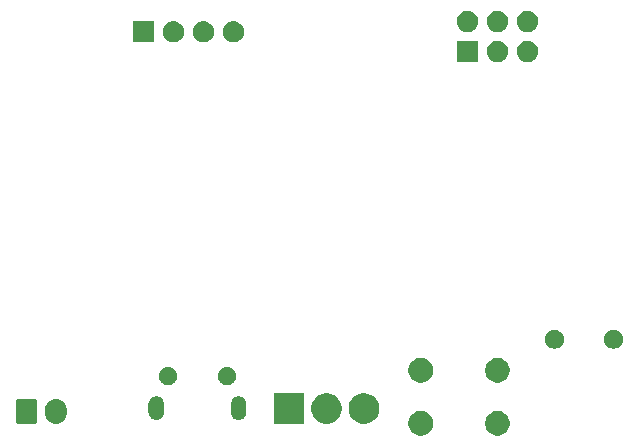
<source format=gbr>
G04 #@! TF.GenerationSoftware,KiCad,Pcbnew,(5.1.5)-3*
G04 #@! TF.CreationDate,2020-08-03T18:05:54+02:00*
G04 #@! TF.ProjectId,MK7 Gripper,4d4b3720-4772-4697-9070-65722e6b6963,rev?*
G04 #@! TF.SameCoordinates,Original*
G04 #@! TF.FileFunction,Soldermask,Bot*
G04 #@! TF.FilePolarity,Negative*
%FSLAX46Y46*%
G04 Gerber Fmt 4.6, Leading zero omitted, Abs format (unit mm)*
G04 Created by KiCad (PCBNEW (5.1.5)-3) date 2020-08-03 18:05:54*
%MOMM*%
%LPD*%
G04 APERTURE LIST*
%ADD10C,0.100000*%
G04 APERTURE END LIST*
D10*
G36*
X140133564Y-125354389D02*
G01*
X140324833Y-125433615D01*
X140324835Y-125433616D01*
X140496973Y-125548635D01*
X140643365Y-125695027D01*
X140743887Y-125845468D01*
X140758385Y-125867167D01*
X140837611Y-126058436D01*
X140878000Y-126261484D01*
X140878000Y-126468516D01*
X140837611Y-126671564D01*
X140758385Y-126862833D01*
X140758384Y-126862835D01*
X140643365Y-127034973D01*
X140496973Y-127181365D01*
X140324835Y-127296384D01*
X140324834Y-127296385D01*
X140324833Y-127296385D01*
X140133564Y-127375611D01*
X139930516Y-127416000D01*
X139723484Y-127416000D01*
X139520436Y-127375611D01*
X139329167Y-127296385D01*
X139329166Y-127296385D01*
X139329165Y-127296384D01*
X139157027Y-127181365D01*
X139010635Y-127034973D01*
X138895616Y-126862835D01*
X138895615Y-126862833D01*
X138816389Y-126671564D01*
X138776000Y-126468516D01*
X138776000Y-126261484D01*
X138816389Y-126058436D01*
X138895615Y-125867167D01*
X138910114Y-125845468D01*
X139010635Y-125695027D01*
X139157027Y-125548635D01*
X139329165Y-125433616D01*
X139329167Y-125433615D01*
X139520436Y-125354389D01*
X139723484Y-125314000D01*
X139930516Y-125314000D01*
X140133564Y-125354389D01*
G37*
G36*
X133633564Y-125354389D02*
G01*
X133824833Y-125433615D01*
X133824835Y-125433616D01*
X133996973Y-125548635D01*
X134143365Y-125695027D01*
X134243887Y-125845468D01*
X134258385Y-125867167D01*
X134337611Y-126058436D01*
X134378000Y-126261484D01*
X134378000Y-126468516D01*
X134337611Y-126671564D01*
X134258385Y-126862833D01*
X134258384Y-126862835D01*
X134143365Y-127034973D01*
X133996973Y-127181365D01*
X133824835Y-127296384D01*
X133824834Y-127296385D01*
X133824833Y-127296385D01*
X133633564Y-127375611D01*
X133430516Y-127416000D01*
X133223484Y-127416000D01*
X133020436Y-127375611D01*
X132829167Y-127296385D01*
X132829166Y-127296385D01*
X132829165Y-127296384D01*
X132657027Y-127181365D01*
X132510635Y-127034973D01*
X132395616Y-126862835D01*
X132395615Y-126862833D01*
X132316389Y-126671564D01*
X132276000Y-126468516D01*
X132276000Y-126261484D01*
X132316389Y-126058436D01*
X132395615Y-125867167D01*
X132410114Y-125845468D01*
X132510635Y-125695027D01*
X132657027Y-125548635D01*
X132829165Y-125433616D01*
X132829167Y-125433615D01*
X133020436Y-125354389D01*
X133223484Y-125314000D01*
X133430516Y-125314000D01*
X133633564Y-125354389D01*
G37*
G36*
X102625626Y-124311037D02*
G01*
X102795465Y-124362557D01*
X102795467Y-124362558D01*
X102951989Y-124446221D01*
X103089186Y-124558814D01*
X103172448Y-124660271D01*
X103201778Y-124696009D01*
X103285443Y-124852534D01*
X103336963Y-125022373D01*
X103336963Y-125022375D01*
X103350000Y-125154740D01*
X103350000Y-125543259D01*
X103343482Y-125609441D01*
X103336963Y-125675626D01*
X103285443Y-125845466D01*
X103201778Y-126001991D01*
X103189580Y-126016854D01*
X103089186Y-126139186D01*
X102994250Y-126217097D01*
X102951991Y-126251778D01*
X102795466Y-126335443D01*
X102625627Y-126386963D01*
X102449000Y-126404359D01*
X102272374Y-126386963D01*
X102102535Y-126335443D01*
X101946010Y-126251778D01*
X101808815Y-126139185D01*
X101696222Y-126001991D01*
X101628372Y-125875053D01*
X101612558Y-125845468D01*
X101612557Y-125845466D01*
X101561037Y-125675627D01*
X101554519Y-125609443D01*
X101548000Y-125543260D01*
X101548000Y-125154741D01*
X101561037Y-125022376D01*
X101561037Y-125022374D01*
X101612557Y-124852535D01*
X101685747Y-124715607D01*
X101696221Y-124696011D01*
X101808814Y-124558814D01*
X101926585Y-124462163D01*
X101946009Y-124446222D01*
X102102534Y-124362557D01*
X102272373Y-124311037D01*
X102449000Y-124293641D01*
X102625626Y-124311037D01*
G37*
G36*
X100707600Y-124301989D02*
G01*
X100740652Y-124312015D01*
X100771103Y-124328292D01*
X100797799Y-124350201D01*
X100819708Y-124376897D01*
X100835985Y-124407348D01*
X100846011Y-124440400D01*
X100850000Y-124480903D01*
X100850000Y-126217097D01*
X100846011Y-126257600D01*
X100835985Y-126290652D01*
X100819708Y-126321103D01*
X100797799Y-126347799D01*
X100771103Y-126369708D01*
X100740652Y-126385985D01*
X100707600Y-126396011D01*
X100667097Y-126400000D01*
X99230903Y-126400000D01*
X99190400Y-126396011D01*
X99157348Y-126385985D01*
X99126897Y-126369708D01*
X99100201Y-126347799D01*
X99078292Y-126321103D01*
X99062015Y-126290652D01*
X99051989Y-126257600D01*
X99048000Y-126217097D01*
X99048000Y-124480903D01*
X99051989Y-124440400D01*
X99062015Y-124407348D01*
X99078292Y-124376897D01*
X99100201Y-124350201D01*
X99126897Y-124328292D01*
X99157348Y-124312015D01*
X99190400Y-124301989D01*
X99230903Y-124298000D01*
X100667097Y-124298000D01*
X100707600Y-124301989D01*
G37*
G36*
X128903393Y-123844304D02*
G01*
X129140101Y-123942352D01*
X129140103Y-123942353D01*
X129353135Y-124084696D01*
X129534304Y-124265865D01*
X129676647Y-124478897D01*
X129676648Y-124478899D01*
X129774696Y-124715607D01*
X129824680Y-124966893D01*
X129824680Y-125223107D01*
X129774696Y-125474393D01*
X129691342Y-125675626D01*
X129676647Y-125711103D01*
X129534304Y-125924135D01*
X129353135Y-126105304D01*
X129140103Y-126247647D01*
X129140102Y-126247648D01*
X129140101Y-126247648D01*
X128903393Y-126345696D01*
X128652107Y-126395680D01*
X128395893Y-126395680D01*
X128144607Y-126345696D01*
X127907899Y-126247648D01*
X127907898Y-126247648D01*
X127907897Y-126247647D01*
X127694865Y-126105304D01*
X127513696Y-125924135D01*
X127371353Y-125711103D01*
X127356658Y-125675626D01*
X127273304Y-125474393D01*
X127223320Y-125223107D01*
X127223320Y-124966893D01*
X127273304Y-124715607D01*
X127371352Y-124478899D01*
X127371353Y-124478897D01*
X127513696Y-124265865D01*
X127694865Y-124084696D01*
X127907897Y-123942353D01*
X127907899Y-123942352D01*
X128144607Y-123844304D01*
X128395893Y-123794320D01*
X128652107Y-123794320D01*
X128903393Y-123844304D01*
G37*
G36*
X123474680Y-126395680D02*
G01*
X120873320Y-126395680D01*
X120873320Y-123794320D01*
X123474680Y-123794320D01*
X123474680Y-126395680D01*
G37*
G36*
X125728393Y-123844304D02*
G01*
X125965101Y-123942352D01*
X125965103Y-123942353D01*
X126178135Y-124084696D01*
X126359304Y-124265865D01*
X126501647Y-124478897D01*
X126501648Y-124478899D01*
X126599696Y-124715607D01*
X126649680Y-124966893D01*
X126649680Y-125223107D01*
X126599696Y-125474393D01*
X126516342Y-125675626D01*
X126501647Y-125711103D01*
X126359304Y-125924135D01*
X126178135Y-126105304D01*
X125965103Y-126247647D01*
X125965102Y-126247648D01*
X125965101Y-126247648D01*
X125728393Y-126345696D01*
X125477107Y-126395680D01*
X125220893Y-126395680D01*
X124969607Y-126345696D01*
X124732899Y-126247648D01*
X124732898Y-126247648D01*
X124732897Y-126247647D01*
X124519865Y-126105304D01*
X124338696Y-125924135D01*
X124196353Y-125711103D01*
X124181658Y-125675626D01*
X124098304Y-125474393D01*
X124048320Y-125223107D01*
X124048320Y-124966893D01*
X124098304Y-124715607D01*
X124196352Y-124478899D01*
X124196353Y-124478897D01*
X124338696Y-124265865D01*
X124519865Y-124084696D01*
X124732897Y-123942353D01*
X124732899Y-123942352D01*
X124969607Y-123844304D01*
X125220893Y-123794320D01*
X125477107Y-123794320D01*
X125728393Y-123844304D01*
G37*
G36*
X111054618Y-124070920D02*
G01*
X111145404Y-124098460D01*
X111177336Y-124108146D01*
X111290425Y-124168594D01*
X111389554Y-124249946D01*
X111470906Y-124349075D01*
X111531354Y-124462164D01*
X111536430Y-124478897D01*
X111568580Y-124584882D01*
X111578000Y-124680527D01*
X111578000Y-125444473D01*
X111568580Y-125540118D01*
X111565996Y-125548635D01*
X111531354Y-125662836D01*
X111470906Y-125775925D01*
X111389554Y-125875053D01*
X111290424Y-125956406D01*
X111177335Y-126016854D01*
X111145403Y-126026540D01*
X111054617Y-126054080D01*
X110927000Y-126066649D01*
X110799382Y-126054080D01*
X110708596Y-126026540D01*
X110676664Y-126016854D01*
X110563575Y-125956406D01*
X110464447Y-125875054D01*
X110383094Y-125775924D01*
X110322646Y-125662835D01*
X110288004Y-125548635D01*
X110285420Y-125540117D01*
X110276000Y-125444472D01*
X110276000Y-124680527D01*
X110285420Y-124584882D01*
X110322645Y-124462168D01*
X110368908Y-124375617D01*
X110383095Y-124349075D01*
X110464447Y-124249946D01*
X110563576Y-124168594D01*
X110676665Y-124108146D01*
X110708597Y-124098460D01*
X110799383Y-124070920D01*
X110927000Y-124058351D01*
X111054618Y-124070920D01*
G37*
G36*
X118054617Y-124070920D02*
G01*
X118145403Y-124098460D01*
X118177335Y-124108146D01*
X118290424Y-124168594D01*
X118389554Y-124249947D01*
X118470906Y-124349075D01*
X118531354Y-124462164D01*
X118536430Y-124478897D01*
X118568580Y-124584882D01*
X118578000Y-124680527D01*
X118578000Y-125444473D01*
X118568580Y-125540118D01*
X118565996Y-125548635D01*
X118531354Y-125662836D01*
X118470906Y-125775925D01*
X118389554Y-125875054D01*
X118290425Y-125956406D01*
X118177336Y-126016854D01*
X118145404Y-126026540D01*
X118054618Y-126054080D01*
X117927000Y-126066649D01*
X117799383Y-126054080D01*
X117708597Y-126026540D01*
X117676665Y-126016854D01*
X117563576Y-125956406D01*
X117464447Y-125875054D01*
X117383095Y-125775925D01*
X117322648Y-125662837D01*
X117322645Y-125662832D01*
X117285420Y-125540118D01*
X117276000Y-125444473D01*
X117276000Y-124680528D01*
X117285420Y-124584883D01*
X117317570Y-124478899D01*
X117322646Y-124462165D01*
X117383094Y-124349076D01*
X117464447Y-124249946D01*
X117563575Y-124168594D01*
X117676664Y-124108146D01*
X117708596Y-124098460D01*
X117799382Y-124070920D01*
X117927000Y-124058351D01*
X118054617Y-124070920D01*
G37*
G36*
X117153348Y-121616320D02*
G01*
X117153350Y-121616321D01*
X117153351Y-121616321D01*
X117294574Y-121674817D01*
X117294577Y-121674819D01*
X117421669Y-121759739D01*
X117529761Y-121867831D01*
X117597035Y-121968514D01*
X117614683Y-121994926D01*
X117673179Y-122136149D01*
X117673180Y-122136152D01*
X117680224Y-122171565D01*
X117703000Y-122286071D01*
X117703000Y-122438929D01*
X117673179Y-122588851D01*
X117614683Y-122730074D01*
X117614681Y-122730077D01*
X117529761Y-122857169D01*
X117421669Y-122965261D01*
X117294577Y-123050181D01*
X117294574Y-123050183D01*
X117153351Y-123108679D01*
X117153350Y-123108679D01*
X117153348Y-123108680D01*
X117003431Y-123138500D01*
X116850569Y-123138500D01*
X116700652Y-123108680D01*
X116700650Y-123108679D01*
X116700649Y-123108679D01*
X116559426Y-123050183D01*
X116559423Y-123050181D01*
X116432331Y-122965261D01*
X116324239Y-122857169D01*
X116239319Y-122730077D01*
X116239317Y-122730074D01*
X116180821Y-122588851D01*
X116151000Y-122438929D01*
X116151000Y-122286071D01*
X116173776Y-122171565D01*
X116180820Y-122136152D01*
X116180821Y-122136149D01*
X116239317Y-121994926D01*
X116256965Y-121968514D01*
X116324239Y-121867831D01*
X116432331Y-121759739D01*
X116559423Y-121674819D01*
X116559426Y-121674817D01*
X116700649Y-121616321D01*
X116700650Y-121616321D01*
X116700652Y-121616320D01*
X116850569Y-121586500D01*
X117003431Y-121586500D01*
X117153348Y-121616320D01*
G37*
G36*
X112153348Y-121616320D02*
G01*
X112153350Y-121616321D01*
X112153351Y-121616321D01*
X112294574Y-121674817D01*
X112294577Y-121674819D01*
X112421669Y-121759739D01*
X112529761Y-121867831D01*
X112597035Y-121968514D01*
X112614683Y-121994926D01*
X112673179Y-122136149D01*
X112673180Y-122136152D01*
X112680224Y-122171565D01*
X112703000Y-122286071D01*
X112703000Y-122438929D01*
X112673179Y-122588851D01*
X112614683Y-122730074D01*
X112614681Y-122730077D01*
X112529761Y-122857169D01*
X112421669Y-122965261D01*
X112294577Y-123050181D01*
X112294574Y-123050183D01*
X112153351Y-123108679D01*
X112153350Y-123108679D01*
X112153348Y-123108680D01*
X112003431Y-123138500D01*
X111850569Y-123138500D01*
X111700652Y-123108680D01*
X111700650Y-123108679D01*
X111700649Y-123108679D01*
X111559426Y-123050183D01*
X111559423Y-123050181D01*
X111432331Y-122965261D01*
X111324239Y-122857169D01*
X111239319Y-122730077D01*
X111239317Y-122730074D01*
X111180821Y-122588851D01*
X111151000Y-122438929D01*
X111151000Y-122286071D01*
X111173776Y-122171565D01*
X111180820Y-122136152D01*
X111180821Y-122136149D01*
X111239317Y-121994926D01*
X111256965Y-121968514D01*
X111324239Y-121867831D01*
X111432331Y-121759739D01*
X111559423Y-121674819D01*
X111559426Y-121674817D01*
X111700649Y-121616321D01*
X111700650Y-121616321D01*
X111700652Y-121616320D01*
X111850569Y-121586500D01*
X112003431Y-121586500D01*
X112153348Y-121616320D01*
G37*
G36*
X133633564Y-120854389D02*
G01*
X133824833Y-120933615D01*
X133824835Y-120933616D01*
X133996973Y-121048635D01*
X134143365Y-121195027D01*
X134258385Y-121367167D01*
X134337611Y-121558436D01*
X134378000Y-121761484D01*
X134378000Y-121968516D01*
X134337611Y-122171564D01*
X134258385Y-122362833D01*
X134258384Y-122362835D01*
X134143365Y-122534973D01*
X133996973Y-122681365D01*
X133824835Y-122796384D01*
X133824834Y-122796385D01*
X133824833Y-122796385D01*
X133633564Y-122875611D01*
X133430516Y-122916000D01*
X133223484Y-122916000D01*
X133020436Y-122875611D01*
X132829167Y-122796385D01*
X132829166Y-122796385D01*
X132829165Y-122796384D01*
X132657027Y-122681365D01*
X132510635Y-122534973D01*
X132395616Y-122362835D01*
X132395615Y-122362833D01*
X132316389Y-122171564D01*
X132276000Y-121968516D01*
X132276000Y-121761484D01*
X132316389Y-121558436D01*
X132395615Y-121367167D01*
X132510635Y-121195027D01*
X132657027Y-121048635D01*
X132829165Y-120933616D01*
X132829167Y-120933615D01*
X133020436Y-120854389D01*
X133223484Y-120814000D01*
X133430516Y-120814000D01*
X133633564Y-120854389D01*
G37*
G36*
X140133564Y-120854389D02*
G01*
X140324833Y-120933615D01*
X140324835Y-120933616D01*
X140496973Y-121048635D01*
X140643365Y-121195027D01*
X140758385Y-121367167D01*
X140837611Y-121558436D01*
X140878000Y-121761484D01*
X140878000Y-121968516D01*
X140837611Y-122171564D01*
X140758385Y-122362833D01*
X140758384Y-122362835D01*
X140643365Y-122534973D01*
X140496973Y-122681365D01*
X140324835Y-122796384D01*
X140324834Y-122796385D01*
X140324833Y-122796385D01*
X140133564Y-122875611D01*
X139930516Y-122916000D01*
X139723484Y-122916000D01*
X139520436Y-122875611D01*
X139329167Y-122796385D01*
X139329166Y-122796385D01*
X139329165Y-122796384D01*
X139157027Y-122681365D01*
X139010635Y-122534973D01*
X138895616Y-122362835D01*
X138895615Y-122362833D01*
X138816389Y-122171564D01*
X138776000Y-121968516D01*
X138776000Y-121761484D01*
X138816389Y-121558436D01*
X138895615Y-121367167D01*
X139010635Y-121195027D01*
X139157027Y-121048635D01*
X139329165Y-120933616D01*
X139329167Y-120933615D01*
X139520436Y-120854389D01*
X139723484Y-120814000D01*
X139930516Y-120814000D01*
X140133564Y-120854389D01*
G37*
G36*
X149886642Y-118482781D02*
G01*
X150032414Y-118543162D01*
X150032416Y-118543163D01*
X150163608Y-118630822D01*
X150275178Y-118742392D01*
X150362837Y-118873584D01*
X150362838Y-118873586D01*
X150423219Y-119019358D01*
X150454000Y-119174107D01*
X150454000Y-119331893D01*
X150423219Y-119486642D01*
X150362838Y-119632414D01*
X150362837Y-119632416D01*
X150275178Y-119763608D01*
X150163608Y-119875178D01*
X150032416Y-119962837D01*
X150032415Y-119962838D01*
X150032414Y-119962838D01*
X149886642Y-120023219D01*
X149731893Y-120054000D01*
X149574107Y-120054000D01*
X149419358Y-120023219D01*
X149273586Y-119962838D01*
X149273585Y-119962838D01*
X149273584Y-119962837D01*
X149142392Y-119875178D01*
X149030822Y-119763608D01*
X148943163Y-119632416D01*
X148943162Y-119632414D01*
X148882781Y-119486642D01*
X148852000Y-119331893D01*
X148852000Y-119174107D01*
X148882781Y-119019358D01*
X148943162Y-118873586D01*
X148943163Y-118873584D01*
X149030822Y-118742392D01*
X149142392Y-118630822D01*
X149273584Y-118543163D01*
X149273586Y-118543162D01*
X149419358Y-118482781D01*
X149574107Y-118452000D01*
X149731893Y-118452000D01*
X149886642Y-118482781D01*
G37*
G36*
X144886642Y-118482781D02*
G01*
X145032414Y-118543162D01*
X145032416Y-118543163D01*
X145163608Y-118630822D01*
X145275178Y-118742392D01*
X145362837Y-118873584D01*
X145362838Y-118873586D01*
X145423219Y-119019358D01*
X145454000Y-119174107D01*
X145454000Y-119331893D01*
X145423219Y-119486642D01*
X145362838Y-119632414D01*
X145362837Y-119632416D01*
X145275178Y-119763608D01*
X145163608Y-119875178D01*
X145032416Y-119962837D01*
X145032415Y-119962838D01*
X145032414Y-119962838D01*
X144886642Y-120023219D01*
X144731893Y-120054000D01*
X144574107Y-120054000D01*
X144419358Y-120023219D01*
X144273586Y-119962838D01*
X144273585Y-119962838D01*
X144273584Y-119962837D01*
X144142392Y-119875178D01*
X144030822Y-119763608D01*
X143943163Y-119632416D01*
X143943162Y-119632414D01*
X143882781Y-119486642D01*
X143852000Y-119331893D01*
X143852000Y-119174107D01*
X143882781Y-119019358D01*
X143943162Y-118873586D01*
X143943163Y-118873584D01*
X144030822Y-118742392D01*
X144142392Y-118630822D01*
X144273584Y-118543163D01*
X144273586Y-118543162D01*
X144419358Y-118482781D01*
X144574107Y-118452000D01*
X144731893Y-118452000D01*
X144886642Y-118482781D01*
G37*
G36*
X142480512Y-93972927D02*
G01*
X142629812Y-94002624D01*
X142793784Y-94070544D01*
X142941354Y-94169147D01*
X143066853Y-94294646D01*
X143165456Y-94442216D01*
X143233376Y-94606188D01*
X143268000Y-94780259D01*
X143268000Y-94957741D01*
X143233376Y-95131812D01*
X143165456Y-95295784D01*
X143066853Y-95443354D01*
X142941354Y-95568853D01*
X142793784Y-95667456D01*
X142629812Y-95735376D01*
X142480512Y-95765073D01*
X142455742Y-95770000D01*
X142278258Y-95770000D01*
X142253488Y-95765073D01*
X142104188Y-95735376D01*
X141940216Y-95667456D01*
X141792646Y-95568853D01*
X141667147Y-95443354D01*
X141568544Y-95295784D01*
X141500624Y-95131812D01*
X141466000Y-94957741D01*
X141466000Y-94780259D01*
X141500624Y-94606188D01*
X141568544Y-94442216D01*
X141667147Y-94294646D01*
X141792646Y-94169147D01*
X141940216Y-94070544D01*
X142104188Y-94002624D01*
X142253488Y-93972927D01*
X142278258Y-93968000D01*
X142455742Y-93968000D01*
X142480512Y-93972927D01*
G37*
G36*
X139940512Y-93972927D02*
G01*
X140089812Y-94002624D01*
X140253784Y-94070544D01*
X140401354Y-94169147D01*
X140526853Y-94294646D01*
X140625456Y-94442216D01*
X140693376Y-94606188D01*
X140728000Y-94780259D01*
X140728000Y-94957741D01*
X140693376Y-95131812D01*
X140625456Y-95295784D01*
X140526853Y-95443354D01*
X140401354Y-95568853D01*
X140253784Y-95667456D01*
X140089812Y-95735376D01*
X139940512Y-95765073D01*
X139915742Y-95770000D01*
X139738258Y-95770000D01*
X139713488Y-95765073D01*
X139564188Y-95735376D01*
X139400216Y-95667456D01*
X139252646Y-95568853D01*
X139127147Y-95443354D01*
X139028544Y-95295784D01*
X138960624Y-95131812D01*
X138926000Y-94957741D01*
X138926000Y-94780259D01*
X138960624Y-94606188D01*
X139028544Y-94442216D01*
X139127147Y-94294646D01*
X139252646Y-94169147D01*
X139400216Y-94070544D01*
X139564188Y-94002624D01*
X139713488Y-93972927D01*
X139738258Y-93968000D01*
X139915742Y-93968000D01*
X139940512Y-93972927D01*
G37*
G36*
X138188000Y-95770000D02*
G01*
X136386000Y-95770000D01*
X136386000Y-93968000D01*
X138188000Y-93968000D01*
X138188000Y-95770000D01*
G37*
G36*
X117588512Y-92321927D02*
G01*
X117737812Y-92351624D01*
X117901784Y-92419544D01*
X118049354Y-92518147D01*
X118174853Y-92643646D01*
X118273456Y-92791216D01*
X118341376Y-92955188D01*
X118371073Y-93104488D01*
X118375642Y-93127456D01*
X118376000Y-93129259D01*
X118376000Y-93306741D01*
X118341376Y-93480812D01*
X118273456Y-93644784D01*
X118174853Y-93792354D01*
X118049354Y-93917853D01*
X117901784Y-94016456D01*
X117737812Y-94084376D01*
X117588512Y-94114073D01*
X117563742Y-94119000D01*
X117386258Y-94119000D01*
X117361488Y-94114073D01*
X117212188Y-94084376D01*
X117048216Y-94016456D01*
X116900646Y-93917853D01*
X116775147Y-93792354D01*
X116676544Y-93644784D01*
X116608624Y-93480812D01*
X116574000Y-93306741D01*
X116574000Y-93129259D01*
X116574359Y-93127456D01*
X116578927Y-93104488D01*
X116608624Y-92955188D01*
X116676544Y-92791216D01*
X116775147Y-92643646D01*
X116900646Y-92518147D01*
X117048216Y-92419544D01*
X117212188Y-92351624D01*
X117361488Y-92321927D01*
X117386258Y-92317000D01*
X117563742Y-92317000D01*
X117588512Y-92321927D01*
G37*
G36*
X115048512Y-92321927D02*
G01*
X115197812Y-92351624D01*
X115361784Y-92419544D01*
X115509354Y-92518147D01*
X115634853Y-92643646D01*
X115733456Y-92791216D01*
X115801376Y-92955188D01*
X115831073Y-93104488D01*
X115835642Y-93127456D01*
X115836000Y-93129259D01*
X115836000Y-93306741D01*
X115801376Y-93480812D01*
X115733456Y-93644784D01*
X115634853Y-93792354D01*
X115509354Y-93917853D01*
X115361784Y-94016456D01*
X115197812Y-94084376D01*
X115048512Y-94114073D01*
X115023742Y-94119000D01*
X114846258Y-94119000D01*
X114821488Y-94114073D01*
X114672188Y-94084376D01*
X114508216Y-94016456D01*
X114360646Y-93917853D01*
X114235147Y-93792354D01*
X114136544Y-93644784D01*
X114068624Y-93480812D01*
X114034000Y-93306741D01*
X114034000Y-93129259D01*
X114034359Y-93127456D01*
X114038927Y-93104488D01*
X114068624Y-92955188D01*
X114136544Y-92791216D01*
X114235147Y-92643646D01*
X114360646Y-92518147D01*
X114508216Y-92419544D01*
X114672188Y-92351624D01*
X114821488Y-92321927D01*
X114846258Y-92317000D01*
X115023742Y-92317000D01*
X115048512Y-92321927D01*
G37*
G36*
X112508512Y-92321927D02*
G01*
X112657812Y-92351624D01*
X112821784Y-92419544D01*
X112969354Y-92518147D01*
X113094853Y-92643646D01*
X113193456Y-92791216D01*
X113261376Y-92955188D01*
X113291073Y-93104488D01*
X113295642Y-93127456D01*
X113296000Y-93129259D01*
X113296000Y-93306741D01*
X113261376Y-93480812D01*
X113193456Y-93644784D01*
X113094853Y-93792354D01*
X112969354Y-93917853D01*
X112821784Y-94016456D01*
X112657812Y-94084376D01*
X112508512Y-94114073D01*
X112483742Y-94119000D01*
X112306258Y-94119000D01*
X112281488Y-94114073D01*
X112132188Y-94084376D01*
X111968216Y-94016456D01*
X111820646Y-93917853D01*
X111695147Y-93792354D01*
X111596544Y-93644784D01*
X111528624Y-93480812D01*
X111494000Y-93306741D01*
X111494000Y-93129259D01*
X111494359Y-93127456D01*
X111498927Y-93104488D01*
X111528624Y-92955188D01*
X111596544Y-92791216D01*
X111695147Y-92643646D01*
X111820646Y-92518147D01*
X111968216Y-92419544D01*
X112132188Y-92351624D01*
X112281488Y-92321927D01*
X112306258Y-92317000D01*
X112483742Y-92317000D01*
X112508512Y-92321927D01*
G37*
G36*
X110756000Y-94119000D02*
G01*
X108954000Y-94119000D01*
X108954000Y-92317000D01*
X110756000Y-92317000D01*
X110756000Y-94119000D01*
G37*
G36*
X139940512Y-91432927D02*
G01*
X140089812Y-91462624D01*
X140253784Y-91530544D01*
X140401354Y-91629147D01*
X140526853Y-91754646D01*
X140625456Y-91902216D01*
X140693376Y-92066188D01*
X140723073Y-92215488D01*
X140728000Y-92240258D01*
X140728000Y-92417742D01*
X140723073Y-92442512D01*
X140693376Y-92591812D01*
X140625456Y-92755784D01*
X140526853Y-92903354D01*
X140401354Y-93028853D01*
X140253784Y-93127456D01*
X140089812Y-93195376D01*
X139940512Y-93225073D01*
X139915742Y-93230000D01*
X139738258Y-93230000D01*
X139713488Y-93225073D01*
X139564188Y-93195376D01*
X139400216Y-93127456D01*
X139252646Y-93028853D01*
X139127147Y-92903354D01*
X139028544Y-92755784D01*
X138960624Y-92591812D01*
X138930927Y-92442512D01*
X138926000Y-92417742D01*
X138926000Y-92240258D01*
X138930927Y-92215488D01*
X138960624Y-92066188D01*
X139028544Y-91902216D01*
X139127147Y-91754646D01*
X139252646Y-91629147D01*
X139400216Y-91530544D01*
X139564188Y-91462624D01*
X139713488Y-91432927D01*
X139738258Y-91428000D01*
X139915742Y-91428000D01*
X139940512Y-91432927D01*
G37*
G36*
X137400512Y-91432927D02*
G01*
X137549812Y-91462624D01*
X137713784Y-91530544D01*
X137861354Y-91629147D01*
X137986853Y-91754646D01*
X138085456Y-91902216D01*
X138153376Y-92066188D01*
X138183073Y-92215488D01*
X138188000Y-92240258D01*
X138188000Y-92417742D01*
X138183073Y-92442512D01*
X138153376Y-92591812D01*
X138085456Y-92755784D01*
X137986853Y-92903354D01*
X137861354Y-93028853D01*
X137713784Y-93127456D01*
X137549812Y-93195376D01*
X137400512Y-93225073D01*
X137375742Y-93230000D01*
X137198258Y-93230000D01*
X137173488Y-93225073D01*
X137024188Y-93195376D01*
X136860216Y-93127456D01*
X136712646Y-93028853D01*
X136587147Y-92903354D01*
X136488544Y-92755784D01*
X136420624Y-92591812D01*
X136390927Y-92442512D01*
X136386000Y-92417742D01*
X136386000Y-92240258D01*
X136390927Y-92215488D01*
X136420624Y-92066188D01*
X136488544Y-91902216D01*
X136587147Y-91754646D01*
X136712646Y-91629147D01*
X136860216Y-91530544D01*
X137024188Y-91462624D01*
X137173488Y-91432927D01*
X137198258Y-91428000D01*
X137375742Y-91428000D01*
X137400512Y-91432927D01*
G37*
G36*
X142480512Y-91432927D02*
G01*
X142629812Y-91462624D01*
X142793784Y-91530544D01*
X142941354Y-91629147D01*
X143066853Y-91754646D01*
X143165456Y-91902216D01*
X143233376Y-92066188D01*
X143263073Y-92215488D01*
X143268000Y-92240258D01*
X143268000Y-92417742D01*
X143263073Y-92442512D01*
X143233376Y-92591812D01*
X143165456Y-92755784D01*
X143066853Y-92903354D01*
X142941354Y-93028853D01*
X142793784Y-93127456D01*
X142629812Y-93195376D01*
X142480512Y-93225073D01*
X142455742Y-93230000D01*
X142278258Y-93230000D01*
X142253488Y-93225073D01*
X142104188Y-93195376D01*
X141940216Y-93127456D01*
X141792646Y-93028853D01*
X141667147Y-92903354D01*
X141568544Y-92755784D01*
X141500624Y-92591812D01*
X141470927Y-92442512D01*
X141466000Y-92417742D01*
X141466000Y-92240258D01*
X141470927Y-92215488D01*
X141500624Y-92066188D01*
X141568544Y-91902216D01*
X141667147Y-91754646D01*
X141792646Y-91629147D01*
X141940216Y-91530544D01*
X142104188Y-91462624D01*
X142253488Y-91432927D01*
X142278258Y-91428000D01*
X142455742Y-91428000D01*
X142480512Y-91432927D01*
G37*
M02*

</source>
